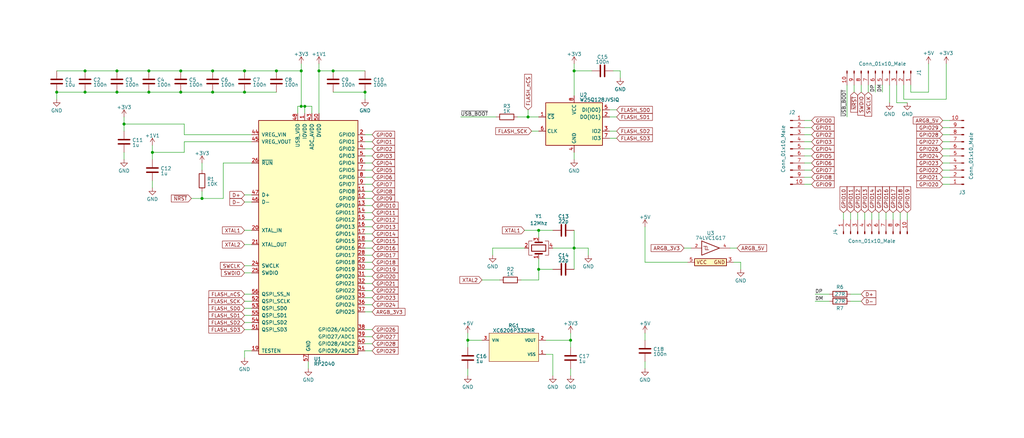
<source format=kicad_sch>
(kicad_sch (version 20220404) (generator eeschema)
  (paper "User" 366.954 156.997)
  (title_block (title "RP2040 Bento") (date "2022-08-10") (rev "1") (comment 1 "Copyright © 2022 HorrorTroll") (comment 2 "MIT License"))
  (lib_symbols
    (symbol "Connector:Conn_01x10_Male" (pin_names (offset 1.016) hide)
      (property "Reference" "J" (at 0 12.7 0))
      (property "Value" "Conn_01x10_Male" (at 0 -15.24 0))
      (symbol "Conn_01x10_Male_1_1"
        (polyline (pts (xy 1.27 -12.7) (xy 0.8636 -12.7)) (stroke (width 0.1524)))
        (polyline (pts (xy 1.27 -10.16) (xy 0.8636 -10.16)) (stroke (width 0.1524)))
        (polyline (pts (xy 1.27 -7.62) (xy 0.8636 -7.62)) (stroke (width 0.1524)))
        (polyline (pts (xy 1.27 -5.08) (xy 0.8636 -5.08)) (stroke (width 0.1524)))
        (polyline (pts (xy 1.27 -2.54) (xy 0.8636 -2.54)) (stroke (width 0.1524)))
        (polyline (pts (xy 1.27 0) (xy 0.8636 0)) (stroke (width 0.1524)))
        (polyline (pts (xy 1.27 2.54) (xy 0.8636 2.54)) (stroke (width 0.1524)))
        (polyline (pts (xy 1.27 5.08) (xy 0.8636 5.08)) (stroke (width 0.1524)))
        (polyline (pts (xy 1.27 7.62) (xy 0.8636 7.62)) (stroke (width 0.1524)))
        (polyline (pts (xy 1.27 10.16) (xy 0.8636 10.16)) (stroke (width 0.1524)))
        (rectangle (start 0.8636 -12.573) (end 0 -12.827) (stroke (width 0.1524)) (fill (type outline)))
        (rectangle (start 0.8636 -10.033) (end 0 -10.287) (stroke (width 0.1524)) (fill (type outline)))
        (rectangle (start 0.8636 -7.493) (end 0 -7.747) (stroke (width 0.1524)) (fill (type outline)))
        (rectangle (start 0.8636 -4.953) (end 0 -5.207) (stroke (width 0.1524)) (fill (type outline)))
        (rectangle (start 0.8636 -2.413) (end 0 -2.667) (stroke (width 0.1524)) (fill (type outline)))
        (rectangle (start 0.8636 0.127) (end 0 -0.127) (stroke (width 0.1524)) (fill (type outline)))
        (rectangle (start 0.8636 2.667) (end 0 2.413) (stroke (width 0.1524)) (fill (type outline)))
        (rectangle (start 0.8636 5.207) (end 0 4.953) (stroke (width 0.1524)) (fill (type outline)))
        (rectangle (start 0.8636 7.747) (end 0 7.493) (stroke (width 0.1524)) (fill (type outline)))
        (rectangle (start 0.8636 10.287) (end 0 10.033) (stroke (width 0.1524)) (fill (type outline)))
        (pin passive line (at 5.08 10.16 180) (length 3.81) (name "Pin_1") (number "1"))
        (pin passive line (at 5.08 -12.7 180) (length 3.81) (name "Pin_10") (number "10"))
        (pin passive line (at 5.08 7.62 180) (length 3.81) (name "Pin_2") (number "2"))
        (pin passive line (at 5.08 5.08 180) (length 3.81) (name "Pin_3") (number "3"))
        (pin passive line (at 5.08 2.54 180) (length 3.81) (name "Pin_4") (number "4"))
        (pin passive line (at 5.08 0 180) (length 3.81) (name "Pin_5") (number "5"))
        (pin passive line (at 5.08 -2.54 180) (length 3.81) (name "Pin_6") (number "6"))
        (pin passive line (at 5.08 -5.08 180) (length 3.81) (name "Pin_7") (number "7"))
        (pin passive line (at 5.08 -7.62 180) (length 3.81) (name "Pin_8") (number "8"))
        (pin passive line (at 5.08 -10.16 180) (length 3.81) (name "Pin_9") (number "9"))
      )
    )
    (symbol "Device:C" (pin_numbers hide) (pin_names (offset 0.254))
      (property "Reference" "C" (at 0.635 2.54 0))
      (property "Value" "C" (at 0.635 -2.54 0))
      (symbol "C_0_1"
        (polyline (pts (xy -2.032 -0.762) (xy 2.032 -0.762)) (stroke (width 0.508)))
        (polyline (pts (xy -2.032 0.762) (xy 2.032 0.762)) (stroke (width 0.508)))
      )
      (symbol "C_1_1"
        (pin passive line (at 0 3.81 270) (length 2.794) (name "~") (number "1"))
        (pin passive line (at 0 -3.81 90) (length 2.794) (name "~") (number "2"))
      )
    )
    (symbol "Device:Crystal_GND24" (pin_names (offset 1.016) hide)
      (property "Reference" "Y" (at 3.175 5.08 0))
      (property "Value" "Crystal_GND24" (at 3.175 3.175 0))
      (symbol "Crystal_GND24_0_1"
        (rectangle (start -1.143 2.54) (end 1.143 -2.54) (stroke (width 0.3048)))
        (polyline (pts (xy -2.54 0) (xy -2.032 0)))
        (polyline (pts (xy -2.032 -1.27) (xy -2.032 1.27)) (stroke (width 0.508)))
        (polyline (pts (xy 0 -3.81) (xy 0 -3.556)))
        (polyline (pts (xy 0 3.556) (xy 0 3.81)))
        (polyline (pts (xy 2.032 -1.27) (xy 2.032 1.27)) (stroke (width 0.508)))
        (polyline (pts (xy 2.032 0) (xy 2.54 0)))
        (polyline (pts (xy -2.54 -2.286) (xy -2.54 -3.556) (xy 2.54 -3.556) (xy 2.54 -2.286)))
        (polyline (pts (xy -2.54 2.286) (xy -2.54 3.556) (xy 2.54 3.556) (xy 2.54 2.286)))
      )
      (symbol "Crystal_GND24_1_1"
        (pin passive line (at -3.81 0 0) (length 1.27) (name "1") (number "1"))
        (pin passive line (at 0 5.08 270) (length 1.27) (name "2") (number "2"))
        (pin passive line (at 3.81 0 180) (length 1.27) (name "3") (number "3"))
        (pin passive line (at 0 -5.08 90) (length 1.27) (name "4") (number "4"))
      )
    )
    (symbol "Device:R" (pin_numbers hide) (pin_names (offset 0))
      (property "Reference" "R" (at 2.032 0 90))
      (property "Value" "R" (at 0 0 90))
      (symbol "R_0_1"
        (rectangle (start -1.016 -2.54) (end 1.016 2.54) (stroke (width 0.254)))
      )
      (symbol "R_1_1"
        (pin passive line (at 0 3.81 270) (length 1.27) (name "~") (number "1"))
        (pin passive line (at 0 -3.81 90) (length 1.27) (name "~") (number "2"))
      )
    )
    (symbol "Memory_Flash:W25Q128JVS"
      (property "Reference" "U" (at -8.89 8.89 0))
      (property "Value" "W25Q128JVS" (at 7.62 8.89 0))
      (symbol "W25Q128JVS_0_1"
        (rectangle (start -10.16 7.62) (end 10.16 -7.62) (stroke (width 0.254)) (fill (type background)))
      )
      (symbol "W25Q128JVS_1_1"
        (pin input line (at -12.7 2.54 0) (length 2.54) (name "~{CS}") (number "1"))
        (pin bidirectional line (at 12.7 2.54 180) (length 2.54) (name "DO(IO1)") (number "2"))
        (pin bidirectional line (at 12.7 -2.54 180) (length 2.54) (name "IO2") (number "3"))
        (pin power_in line (at 0 -10.16 90) (length 2.54) (name "GND") (number "4"))
        (pin bidirectional line (at 12.7 5.08 180) (length 2.54) (name "DI(IO0)") (number "5"))
        (pin input line (at -12.7 -2.54 0) (length 2.54) (name "CLK") (number "6"))
        (pin bidirectional line (at 12.7 -5.08 180) (length 2.54) (name "IO3") (number "7"))
        (pin power_in line (at 0 10.16 270) (length 2.54) (name "VCC") (number "8"))
      )
    )
    (symbol "eec:XC6206P332MR" (pin_names (offset 1.016))
      (property "Reference" "RG" (at 0 5.08 0))
      (property "Value" "XC6206P332MR" (at 0 7.62 0))
      (symbol "XC6206P332MR_1_1"
        (rectangle (start 5.08 2.54) (end 22.86 -7.62) (fill (type background)))
        (pin unspecified line (at 25.4 -5.08 180) (length 2.54) (name "VSS") (number "1"))
        (pin unspecified line (at 25.4 0 180) (length 2.54) (name "VOUT") (number "2"))
        (pin unspecified line (at 2.54 0 0) (length 2.54) (name "VIN") (number "3"))
      )
    )
    (symbol "josh-ic:RP2040" (pin_names (offset 1.016))
      (property "Reference" "U" (at 8.89 51.435 0))
      (property "Value" "RP2040" (at 8.89 48.895 0))
      (symbol "RP2040_0_0"
        (rectangle (start -17.78 48.26) (end 17.78 -35.56) (stroke (width 0.254)) (fill (type background)))
      )
      (symbol "RP2040_1_1"
        (pin power_in line (at -1.27 50.8 270) (length 2.54) (name "IOVDD") (number "1"))
        (pin power_in line (at -1.27 50.8 270) (length 2.54) hide (name "IOVDD") (number "10"))
        (pin bidirectional line (at 20.32 22.86 180) (length 2.54) (name "GPIO8") (number "11"))
        (pin bidirectional line (at 20.32 20.32 180) (length 2.54) (name "GPIO9") (number "12"))
        (pin bidirectional line (at 20.32 17.78 180) (length 2.54) (name "GPIO10") (number "13"))
        (pin bidirectional line (at 20.32 15.24 180) (length 2.54) (name "GPIO11") (number "14"))
        (pin bidirectional line (at 20.32 12.7 180) (length 2.54) (name "GPIO12") (number "15"))
        (pin bidirectional line (at 20.32 10.16 180) (length 2.54) (name "GPIO13") (number "16"))
        (pin bidirectional line (at 20.32 7.62 180) (length 2.54) (name "GPIO14") (number "17"))
        (pin bidirectional line (at 20.32 5.08 180) (length 2.54) (name "GPIO15") (number "18"))
        (pin input line (at -20.32 -34.29 0) (length 2.54) (name "TESTEN") (number "19"))
        (pin bidirectional line (at 20.32 43.18 180) (length 2.54) (name "GPIO0") (number "2"))
        (pin input line (at -20.32 8.89 0) (length 2.54) (name "XTAL_IN") (number "20"))
        (pin input line (at -20.32 3.81 0) (length 2.54) (name "XTAL_OUT") (number "21"))
        (pin power_in line (at -1.27 50.8 270) (length 2.54) hide (name "IOVDD") (number "22"))
        (pin power_in line (at 3.81 50.8 270) (length 2.54) hide (name "DVDD") (number "23"))
        (pin input line (at -20.32 -3.81 0) (length 2.54) (name "SWCLK") (number "24"))
        (pin bidirectional line (at -20.32 -6.35 0) (length 2.54) (name "SWDIO") (number "25"))
        (pin input line (at -20.32 33.02 0) (length 2.54) (name "~{RUN}") (number "26"))
        (pin bidirectional line (at 20.32 2.54 180) (length 2.54) (name "GPIO16") (number "27"))
        (pin bidirectional line (at 20.32 0 180) (length 2.54) (name "GPIO17") (number "28"))
        (pin bidirectional line (at 20.32 -2.54 180) (length 2.54) (name "GPIO18") (number "29"))
        (pin bidirectional line (at 20.32 40.64 180) (length 2.54) (name "GPIO1") (number "3"))
        (pin bidirectional line (at 20.32 -5.08 180) (length 2.54) (name "GPIO19") (number "30"))
        (pin bidirectional line (at 20.32 -7.62 180) (length 2.54) (name "GPIO20") (number "31"))
        (pin bidirectional line (at 20.32 -10.16 180) (length 2.54) (name "GPIO21") (number "32"))
        (pin power_in line (at -1.27 50.8 270) (length 2.54) hide (name "IOVDD") (number "33"))
        (pin bidirectional line (at 20.32 -12.7 180) (length 2.54) (name "GPIO22") (number "34"))
        (pin bidirectional line (at 20.32 -15.24 180) (length 2.54) (name "GPIO23") (number "35"))
        (pin bidirectional line (at 20.32 -17.78 180) (length 2.54) (name "GPIO24") (number "36"))
        (pin bidirectional line (at 20.32 -20.32 180) (length 2.54) (name "GPIO25") (number "37"))
        (pin bidirectional line (at 20.32 -26.67 180) (length 2.54) (name "GPIO26/ADC0") (number "38"))
        (pin bidirectional line (at 20.32 -29.21 180) (length 2.54) (name "GPIO27/ADC1") (number "39"))
        (pin bidirectional line (at 20.32 38.1 180) (length 2.54) (name "GPIO2") (number "4"))
        (pin bidirectional line (at 20.32 -31.75 180) (length 2.54) (name "GPIO28/ADC2") (number "40"))
        (pin bidirectional line (at 20.32 -34.29 180) (length 2.54) (name "GPIO29/ADC3") (number "41"))
        (pin power_in line (at -1.27 50.8 270) (length 2.54) hide (name "IOVDD") (number "42"))
        (pin power_in line (at 1.27 50.8 270) (length 2.54) (name "ADC_AVDD") (number "43"))
        (pin power_in line (at -20.32 43.18 0) (length 2.54) (name "VREG_VIN") (number "44"))
        (pin power_out line (at -20.32 40.64 0) (length 2.54) (name "VREG_VOUT") (number "45"))
        (pin bidirectional line (at -20.32 19.05 0) (length 2.54) (name "D-") (number "46"))
        (pin bidirectional line (at -20.32 21.59 0) (length 2.54) (name "D+") (number "47"))
        (pin power_in line (at -3.81 50.8 270) (length 2.54) (name "USB_VDD") (number "48"))
        (pin power_in line (at -1.27 50.8 270) (length 2.54) hide (name "IOVDD") (number "49"))
        (pin bidirectional line (at 20.32 35.56 180) (length 2.54) (name "GPIO3") (number "5"))
        (pin power_in line (at 3.81 50.8 270) (length 2.54) (name "DVDD") (number "50"))
        (pin bidirectional line (at -20.32 -26.67 0) (length 2.54) (name "QSPI_SD3") (number "51"))
        (pin bidirectional line (at -20.32 -16.51 0) (length 2.54) (name "QSPI_SCLK") (number "52"))
        (pin bidirectional line (at -20.32 -19.05 0) (length 2.54) (name "QSPI_SD0") (number "53"))
        (pin bidirectional line (at -20.32 -24.13 0) (length 2.54) (name "QSPI_SD2") (number "54"))
        (pin bidirectional line (at -20.32 -21.59 0) (length 2.54) (name "QSPI_SD1") (number "55"))
        (pin bidirectional line (at -20.32 -13.97 0) (length 2.54) (name "QSPI_SS_N") (number "56"))
        (pin power_in line (at 0 -38.1 90) (length 2.54) (name "GND") (number "57"))
        (pin bidirectional line (at 20.32 33.02 180) (length 2.54) (name "GPIO4") (number "6"))
        (pin bidirectional line (at 20.32 30.48 180) (length 2.54) (name "GPIO5") (number "7"))
        (pin bidirectional line (at 20.32 27.94 180) (length 2.54) (name "GPIO6") (number "8"))
        (pin bidirectional line (at 20.32 25.4 180) (length 2.54) (name "GPIO7") (number "9"))
      )
    )
    (symbol "kbd:74LVC1G17" (pin_names (offset 1.016))
      (property "Reference" "U5" (at -0.635 -8.255 0))
      (property "Value" "74LVC1G17" (at -0.635 -11.0301 0))
      (symbol "74LVC1G17_0_0"
        (text "GND" (at 2.54 -5.08 0) (effects (font (size 1.27 1.27))))
        (text "VCC" (at -3.81 -5.08 0) (effects (font (size 1.27 1.27))))
      )
      (symbol "74LVC1G17_0_1"
        (rectangle (start -6.35 -3.81) (end 5.08 -6.35) (stroke (width 0.254)) (fill (type background)))
        (polyline (pts (xy -2.54 0.635) (xy -1.905 0.635) (xy -1.905 -0.635)))
        (polyline (pts (xy -3.81 2.54) (xy -3.81 -2.54) (xy 2.54 0) (xy -3.81 2.54)) (stroke (width 0.254)))
        (polyline (pts (xy -3.175 0.635) (xy -2.54 0.635) (xy -2.54 -0.635) (xy -1.27 -0.635)))
      )
      (symbol "74LVC1G17_1_1"
        (pin input line (at -7.62 0 0) (length 3.81) (name "~") (number "2"))
        (pin output line (at 7.62 -5.08 180) (length 2.54) (name "") (number "3"))
        (pin power_in line (at 0 -2.54 270) (length 0) hide (name "GND") (number "3"))
        (pin output line (at 6.35 0 180) (length 3.81) (name "~") (number "4"))
        (pin input line (at -8.89 -5.08 0) (length 2.54) (name "") (number "5"))
        (pin power_in line (at 0 2.54 90) (length 0) hide (name "VCC") (number "5"))
      )
    )
    (symbol "power:+1V1" (power) (pin_names (offset 0))
      (property "Value" "+1V1" (at 0 3.556 0))
      (symbol "+1V1_0_1"
        (polyline (pts (xy -0.762 1.27) (xy 0 2.54)))
        (polyline (pts (xy 0 0) (xy 0 2.54)))
        (polyline (pts (xy 0 2.54) (xy 0.762 1.27)))
      )
      (symbol "+1V1_1_1"
        (pin power_in line (at 0 0 90) (length 0) hide (name "+1V1") (number "1"))
      )
    )
    (symbol "power:+3V3" (power) (pin_names (offset 0))
      (property "Value" "+3V3" (at 0 3.556 0))
      (symbol "+3V3_0_1"
        (polyline (pts (xy -0.762 1.27) (xy 0 2.54)))
        (polyline (pts (xy 0 0) (xy 0 2.54)))
        (polyline (pts (xy 0 2.54) (xy 0.762 1.27)))
      )
      (symbol "+3V3_1_1"
        (pin power_in line (at 0 0 90) (length 0) hide (name "+3V3") (number "1"))
      )
    )
    (symbol "power:+5V" (power) (pin_names (offset 0))
      (property "Value" "+5V" (at 0 3.556 0))
      (symbol "+5V_0_1"
        (polyline (pts (xy -0.762 1.27) (xy 0 2.54)))
        (polyline (pts (xy 0 0) (xy 0 2.54)))
        (polyline (pts (xy 0 2.54) (xy 0.762 1.27)))
      )
      (symbol "+5V_1_1"
        (pin power_in line (at 0 0 90) (length 0) hide (name "+5V") (number "1"))
      )
    )
    (symbol "power:GND" (power) (pin_names (offset 0))
      (property "Value" "GND" (at 0 -3.81 0))
      (symbol "GND_0_1"
        (polyline (pts (xy 0 0) (xy 0 -1.27) (xy 1.27 -1.27) (xy 0 -2.54) (xy -1.27 -1.27) (xy 0 -1.27)))
      )
      (symbol "GND_1_1"
        (pin power_in line (at 0 0 270) (length 0) hide (name "GND") (number "1"))
      )
    )
  )
  (junction (at 87.63 33.02))
  (junction (at 119.38 25.4))
  (junction (at 107.95 25.4))
  (junction (at 107.95 38.1))
  (junction (at 204.47 121.92))
  (junction (at 64.77 33.02))
  (junction (at 41.91 25.4))
  (junction (at 193.04 96.52))
  (junction (at 30.48 33.02))
  (junction (at 53.34 33.02))
  (junction (at 193.04 82.55))
  (junction (at 44.45 44.45))
  (junction (at 76.2 33.02))
  (junction (at 41.91 33.02))
  (junction (at 64.77 25.4))
  (junction (at 99.06 25.4))
  (junction (at 205.74 88.9))
  (junction (at 54.61 54.61))
  (junction (at 20.32 33.02))
  (junction (at 30.48 25.4))
  (junction (at 130.81 33.02))
  (junction (at 114.3 25.4))
  (junction (at 72.39 71.12))
  (junction (at 76.2 25.4))
  (junction (at 205.74 25.4))
  (junction (at 53.34 25.4))
  (junction (at 87.63 25.4))
  (junction (at 189.23 41.91))
  (junction (at 167.64 121.92))
  (junction (at 109.22 38.1))
  (wire (pts (xy 337.82 43.18) (xy 340.36 43.18)))
  (wire (pts (xy 64.77 33.02) (xy 76.2 33.02)))
  (wire (pts (xy 109.22 38.1) (xy 109.22 40.64)))
  (wire (pts (xy 130.81 71.12) (xy 133.35 71.12)))
  (wire (pts (xy 130.81 93.98) (xy 133.35 93.98)))
  (wire (pts (xy 44.45 44.45) (xy 44.45 46.99)))
  (wire (pts (xy 308.61 107.95) (xy 304.8 107.95)))
  (wire (pts (xy 107.95 25.4) (xy 107.95 38.1)))
  (wire (pts (xy 20.32 25.4) (xy 30.48 25.4)))
  (wire (pts (xy 90.17 125.73) (xy 87.63 125.73)))
  (wire (pts (xy 66.04 54.61) (xy 66.04 50.8)))
  (wire (pts (xy 313.69 33.02) (xy 313.69 30.48)))
  (wire (pts (xy 130.81 120.65) (xy 133.35 120.65)))
  (wire (pts (xy 302.26 78.74) (xy 302.26 76.2)))
  (wire (pts (xy 130.81 48.26) (xy 133.35 48.26)))
  (wire (pts (xy 130.81 104.14) (xy 133.35 104.14)))
  (wire (pts (xy 114.3 25.4) (xy 114.3 40.64)))
  (wire (pts (xy 72.39 71.12) (xy 72.39 68.58)))
  (wire (pts (xy 320.04 78.74) (xy 320.04 76.2)))
  (wire (pts (xy 195.58 121.92) (xy 204.47 121.92)))
  (wire (pts (xy 87.63 95.25) (xy 90.17 95.25)))
  (wire (pts (xy 189.23 39.37) (xy 189.23 41.91)))
  (wire (pts (xy 205.74 54.61) (xy 205.74 57.15)))
  (wire (pts (xy 119.38 25.4) (xy 130.81 25.4)))
  (wire (pts (xy 87.63 82.55) (xy 90.17 82.55)))
  (wire (pts (xy 193.04 82.55) (xy 193.04 85.09)))
  (wire (pts (xy 130.81 99.06) (xy 133.35 99.06)))
  (wire (pts (xy 87.63 33.02) (xy 99.06 33.02)))
  (wire (pts (xy 326.39 30.48) (xy 326.39 33.02)))
  (wire (pts (xy 20.32 33.02) (xy 30.48 33.02)))
  (wire (pts (xy 130.81 53.34) (xy 133.35 53.34)))
  (wire (pts (xy 292.1 107.95) (xy 297.18 107.95)))
  (wire (pts (xy 167.64 132.08) (xy 167.64 134.62)))
  (wire (pts (xy 205.74 25.4) (xy 212.09 25.4)))
  (wire (pts (xy 245.11 88.9) (xy 247.65 88.9)))
  (wire (pts (xy 130.81 78.74) (xy 133.35 78.74)))
  (wire (pts (xy 323.85 30.48) (xy 323.85 35.56)))
  (wire (pts (xy 222.25 25.4) (xy 222.25 27.94)))
  (wire (pts (xy 130.81 86.36) (xy 133.35 86.36)))
  (wire (pts (xy 107.95 38.1) (xy 106.68 38.1)))
  (wire (pts (xy 218.44 39.37) (xy 220.98 39.37)))
  (wire (pts (xy 130.81 33.02) (xy 130.81 35.56)))
  (wire (pts (xy 176.53 88.9) (xy 187.96 88.9)))
  (wire (pts (xy 246.38 93.98) (xy 231.14 93.98)))
  (wire (pts (xy 312.42 78.74) (xy 312.42 76.2)))
  (wire (pts (xy 326.39 33.02) (xy 332.74 33.02)))
  (wire (pts (xy 261.62 88.9) (xy 264.16 88.9)))
  (wire (pts (xy 204.47 121.92) (xy 204.47 124.46)))
  (wire (pts (xy 339.09 22.86) (xy 339.09 35.56)))
  (wire (pts (xy 290.83 50.8) (xy 288.29 50.8)))
  (wire (pts (xy 187.96 82.55) (xy 193.04 82.55)))
  (wire (pts (xy 106.68 38.1) (xy 106.68 40.64)))
  (wire (pts (xy 130.81 73.66) (xy 133.35 73.66)))
  (wire (pts (xy 165.1 41.91) (xy 177.8 41.91)))
  (wire (pts (xy 130.81 66.04) (xy 133.35 66.04)))
  (wire (pts (xy 130.81 58.42) (xy 133.35 58.42)))
  (wire (pts (xy 186.69 100.33) (xy 193.04 100.33)))
  (wire (pts (xy 172.72 100.33) (xy 179.07 100.33)))
  (wire (pts (xy 311.15 30.48) (xy 311.15 33.02)))
  (wire (pts (xy 337.82 48.26) (xy 340.36 48.26)))
  (wire (pts (xy 308.61 30.48) (xy 308.61 33.02)))
  (wire (pts (xy 337.82 53.34) (xy 340.36 53.34)))
  (wire (pts (xy 290.83 60.96) (xy 288.29 60.96)))
  (wire (pts (xy 130.81 68.58) (xy 133.35 68.58)))
  (wire (pts (xy 64.77 25.4) (xy 76.2 25.4)))
  (wire (pts (xy 41.91 33.02) (xy 53.34 33.02)))
  (wire (pts (xy 307.34 78.74) (xy 307.34 76.2)))
  (wire (pts (xy 30.48 25.4) (xy 41.91 25.4)))
  (wire (pts (xy 306.07 30.48) (xy 306.07 33.02)))
  (wire (pts (xy 111.76 38.1) (xy 109.22 38.1)))
  (wire (pts (xy 130.81 123.19) (xy 133.35 123.19)))
  (wire (pts (xy 41.91 25.4) (xy 53.34 25.4)))
  (wire (pts (xy 195.58 127) (xy 198.12 127)))
  (wire (pts (xy 87.63 72.39) (xy 90.17 72.39)))
  (wire (pts (xy 309.88 78.74) (xy 309.88 76.2)))
  (wire (pts (xy 340.36 58.42) (xy 337.82 58.42)))
  (wire (pts (xy 72.39 58.42) (xy 72.39 60.96)))
  (wire (pts (xy 265.43 93.98) (xy 265.43 96.52)))
  (wire (pts (xy 99.06 25.4) (xy 107.95 25.4)))
  (wire (pts (xy 323.85 35.56) (xy 339.09 35.56)))
  (wire (pts (xy 340.36 66.04) (xy 337.82 66.04)))
  (wire (pts (xy 130.81 55.88) (xy 133.35 55.88)))
  (wire (pts (xy 130.81 60.96) (xy 133.35 60.96)))
  (wire (pts (xy 304.8 78.74) (xy 304.8 76.2)))
  (wire (pts (xy 130.81 101.6) (xy 133.35 101.6)))
  (wire (pts (xy 205.74 22.86) (xy 205.74 25.4)))
  (wire (pts (xy 308.61 105.41) (xy 304.8 105.41)))
  (wire (pts (xy 20.32 33.02) (xy 20.32 35.56)))
  (wire (pts (xy 114.3 22.86) (xy 114.3 25.4)))
  (wire (pts (xy 189.23 41.91) (xy 193.04 41.91)))
  (wire (pts (xy 198.12 127) (xy 198.12 134.62)))
  (wire (pts (xy 130.81 125.73) (xy 133.35 125.73)))
  (wire (pts (xy 87.63 110.49) (xy 90.17 110.49)))
  (wire (pts (xy 219.71 25.4) (xy 222.25 25.4)))
  (wire (pts (xy 53.34 33.02) (xy 64.77 33.02)))
  (wire (pts (xy 130.81 50.8) (xy 133.35 50.8)))
  (wire (pts (xy 66.04 44.45) (xy 66.04 48.26)))
  (wire (pts (xy 53.34 25.4) (xy 64.77 25.4)))
  (wire (pts (xy 262.89 93.98) (xy 265.43 93.98)))
  (wire (pts (xy 130.81 118.11) (xy 133.35 118.11)))
  (wire (pts (xy 218.44 46.99) (xy 220.98 46.99)))
  (wire (pts (xy 72.39 71.12) (xy 80.01 71.12)))
  (wire (pts (xy 54.61 54.61) (xy 54.61 52.07)))
  (wire (pts (xy 193.04 96.52) (xy 198.12 96.52)))
  (wire (pts (xy 80.01 71.12) (xy 80.01 58.42)))
  (wire (pts (xy 130.81 63.5) (xy 133.35 63.5)))
  (wire (pts (xy 87.63 25.4) (xy 99.06 25.4)))
  (wire (pts (xy 205.74 82.55) (xy 205.74 88.9)))
  (wire (pts (xy 130.81 83.82) (xy 133.35 83.82)))
  (wire (pts (xy 130.81 109.22) (xy 133.35 109.22)))
  (wire (pts (xy 76.2 25.4) (xy 87.63 25.4)))
  (wire (pts (xy 30.48 33.02) (xy 41.91 33.02)))
  (wire (pts (xy 130.81 76.2) (xy 133.35 76.2)))
  (wire (pts (xy 210.82 88.9) (xy 210.82 91.44)))
  (wire (pts (xy 68.58 71.12) (xy 72.39 71.12)))
  (wire (pts (xy 54.61 64.77) (xy 54.61 67.31)))
  (wire (pts (xy 44.45 54.61) (xy 44.45 57.15)))
  (wire (pts (xy 66.04 50.8) (xy 90.17 50.8)))
  (wire (pts (xy 185.42 41.91) (xy 189.23 41.91)))
  (wire (pts (xy 130.81 81.28) (xy 133.35 81.28)))
  (wire (pts (xy 130.81 96.52) (xy 133.35 96.52)))
  (wire (pts (xy 110.49 129.54) (xy 110.49 132.08)))
  (wire (pts (xy 44.45 44.45) (xy 66.04 44.45)))
  (wire (pts (xy 290.83 43.18) (xy 288.29 43.18)))
  (wire (pts (xy 87.63 115.57) (xy 90.17 115.57)))
  (wire (pts (xy 340.36 63.5) (xy 337.82 63.5)))
  (wire (pts (xy 290.83 55.88) (xy 288.29 55.88)))
  (wire (pts (xy 66.04 48.26) (xy 90.17 48.26)))
  (wire (pts (xy 290.83 63.5) (xy 288.29 63.5)))
  (wire (pts (xy 87.63 113.03) (xy 90.17 113.03)))
  (wire (pts (xy 54.61 54.61) (xy 54.61 57.15)))
  (wire (pts (xy 87.63 69.85) (xy 90.17 69.85)))
  (wire (pts (xy 87.63 107.95) (xy 90.17 107.95)))
  (wire (pts (xy 193.04 92.71) (xy 193.04 96.52)))
  (wire (pts (xy 231.14 129.54) (xy 231.14 132.08)))
  (wire (pts (xy 218.44 49.53) (xy 220.98 49.53)))
  (wire (pts (xy 337.82 45.72) (xy 340.36 45.72)))
  (wire (pts (xy 290.83 53.34) (xy 288.29 53.34)))
  (wire (pts (xy 317.5 78.74) (xy 317.5 76.2)))
  (wire (pts (xy 314.96 78.74) (xy 314.96 76.2)))
  (wire (pts (xy 290.83 48.26) (xy 288.29 48.26)))
  (wire (pts (xy 114.3 25.4) (xy 119.38 25.4)))
  (wire (pts (xy 337.82 50.8) (xy 340.36 50.8)))
  (wire (pts (xy 87.63 87.63) (xy 90.17 87.63)))
  (wire (pts (xy 218.44 41.91) (xy 220.98 41.91)))
  (wire (pts (xy 204.47 132.08) (xy 204.47 134.62)))
  (wire (pts (xy 44.45 41.91) (xy 44.45 44.45)))
  (wire (pts (xy 87.63 105.41) (xy 90.17 105.41)))
  (wire (pts (xy 231.14 81.28) (xy 231.14 93.98)))
  (wire (pts (xy 325.12 78.74) (xy 325.12 76.2)))
  (wire (pts (xy 292.1 105.41) (xy 297.18 105.41)))
  (wire (pts (xy 130.81 106.68) (xy 133.35 106.68)))
  (wire (pts (xy 332.74 22.86) (xy 332.74 33.02)))
  (wire (pts (xy 107.95 22.86) (xy 107.95 25.4)))
  (wire (pts (xy 109.22 38.1) (xy 107.95 38.1)))
  (wire (pts (xy 76.2 33.02) (xy 87.63 33.02)))
  (wire (pts (xy 111.76 40.64) (xy 111.76 38.1)))
  (wire (pts (xy 193.04 82.55) (xy 198.12 82.55)))
  (wire (pts (xy 290.83 45.72) (xy 288.29 45.72)))
  (wire (pts (xy 198.12 88.9) (xy 205.74 88.9)))
  (wire (pts (xy 167.64 121.92) (xy 167.64 124.46)))
  (wire (pts (xy 290.83 58.42) (xy 288.29 58.42)))
  (wire (pts (xy 167.64 119.38) (xy 167.64 121.92)))
  (wire (pts (xy 325.12 36.83) (xy 321.31 36.83)))
  (wire (pts (xy 87.63 125.73) (xy 87.63 128.27)))
  (wire (pts (xy 87.63 118.11) (xy 90.17 118.11)))
  (wire (pts (xy 205.74 25.4) (xy 205.74 34.29)))
  (wire (pts (xy 54.61 54.61) (xy 66.04 54.61)))
  (wire (pts (xy 321.31 36.83) (xy 321.31 30.48)))
  (wire (pts (xy 205.74 88.9) (xy 205.74 96.52)))
  (wire (pts (xy 322.58 78.74) (xy 322.58 76.2)))
  (wire (pts (xy 316.23 33.02) (xy 316.23 30.48)))
  (wire (pts (xy 205.74 88.9) (xy 210.82 88.9)))
  (wire (pts (xy 80.01 58.42) (xy 90.17 58.42)))
  (wire (pts (xy 231.14 119.38) (xy 231.14 121.92)))
  (wire (pts (xy 130.81 88.9) (xy 133.35 88.9)))
  (wire (pts (xy 167.64 121.92) (xy 172.72 121.92)))
  (wire (pts (xy 193.04 100.33) (xy 193.04 96.52)))
  (wire (pts (xy 87.63 97.79) (xy 90.17 97.79)))
  (wire (pts (xy 130.81 91.44) (xy 133.35 91.44)))
  (wire (pts (xy 190.5 46.99) (xy 193.04 46.99)))
  (wire (pts (xy 303.53 30.48) (xy 303.53 41.91)))
  (wire (pts (xy 290.83 66.04) (xy 288.29 66.04)))
  (wire (pts (xy 204.47 119.38) (xy 204.47 121.92)))
  (wire (pts (xy 340.36 60.96) (xy 337.82 60.96)))
  (wire (pts (xy 318.77 30.48) (xy 318.77 36.83)))
  (wire (pts (xy 130.81 111.76) (xy 133.35 111.76)))
  (wire (pts (xy 119.38 33.02) (xy 130.81 33.02)))
  (wire (pts (xy 176.53 88.9) (xy 176.53 91.44)))
  (wire (pts (xy 340.36 55.88) (xy 337.82 55.88)))
  (label "~{USB_BOOT}" (at 303.53 41.91 90))
  (label "~{USB_BOOT}" (at 165.1 41.91 0))
  (label "DM" (at 292.1 107.95 0))
  (label "DM" (at 316.23 33.02 90))
  (label "DP" (at 313.69 33.02 90))
  (label "DP" (at 292.1 105.41 0))
  (global_label "FLASH_SD1" (shape input) (at 87.63 113.03 180) (property "Intersheetrefs" "${INTERSHEET_REFS}" (effects hide)))
  (global_label "GPIO28" (shape input) (at 133.35 123.19 0) (property "Intersheetrefs" "${INTERSHEET_REFS}" (effects hide)))
  (global_label "GPIO24" (shape input) (at 337.82 55.88 180) (property "Intersheetrefs" "${INTERSHEET_REFS}" (effects hide)))
  (global_label "SWCLK" (shape input) (at 311.15 33.02 270) (property "Intersheetrefs" "${INTERSHEET_REFS}" (effects hide)))
  (global_label "GPIO15" (shape input) (at 314.96 76.2 90) (property "Intersheetrefs" "${INTERSHEET_REFS}" (effects hide)))
  (global_label "GPIO3" (shape input) (at 290.83 50.8 0) (property "Intersheetrefs" "${INTERSHEET_REFS}" (effects hide)))
  (global_label "GPIO19" (shape input) (at 133.35 96.52 0) (property "Intersheetrefs" "${INTERSHEET_REFS}" (effects hide)))
  (global_label "XTAL2" (shape input) (at 87.63 87.63 180) (property "Intersheetrefs" "${INTERSHEET_REFS}" (effects hide)))
  (global_label "GPIO26" (shape input) (at 337.82 53.34 180) (property "Intersheetrefs" "${INTERSHEET_REFS}" (effects hide)))
  (global_label "GPIO17" (shape input) (at 320.04 76.2 90) (property "Intersheetrefs" "${INTERSHEET_REFS}" (effects hide)))
  (global_label "GPIO1" (shape input) (at 290.83 45.72 0) (property "Intersheetrefs" "${INTERSHEET_REFS}" (effects hide)))
  (global_label "GPIO16" (shape input) (at 133.35 88.9 0) (property "Intersheetrefs" "${INTERSHEET_REFS}" (effects hide)))
  (global_label "XTAL2" (shape input) (at 172.72 100.33 180) (property "Intersheetrefs" "${INTERSHEET_REFS}" (effects hide)))
  (global_label "GPIO0" (shape input) (at 290.83 43.18 0) (property "Intersheetrefs" "${INTERSHEET_REFS}" (effects hide)))
  (global_label "GPIO21" (shape input) (at 337.82 63.5 180) (property "Intersheetrefs" "${INTERSHEET_REFS}" (effects hide)))
  (global_label "GPIO13" (shape input) (at 133.35 81.28 0) (property "Intersheetrefs" "${INTERSHEET_REFS}" (effects hide)))
  (global_label "FLASH_SD0" (shape input) (at 87.63 110.49 180) (property "Intersheetrefs" "${INTERSHEET_REFS}" (effects hide)))
  (global_label "GPIO22" (shape input) (at 133.35 104.14 0) (property "Intersheetrefs" "${INTERSHEET_REFS}" (effects hide)))
  (global_label "D+" (shape input) (at 87.63 69.85 180) (property "Intersheetrefs" "${INTERSHEET_REFS}" (effects hide)))
  (global_label "ARGB_5V" (shape input) (at 264.16 88.9 0) (property "Intersheet References" "${INTERSHEET_REFS}" (effects hide)))
  (global_label "GPIO6" (shape input) (at 133.35 63.5 0) (property "Intersheetrefs" "${INTERSHEET_REFS}" (effects hide)))
  (global_label "GPIO8" (shape input) (at 133.35 68.58 0) (property "Intersheetrefs" "${INTERSHEET_REFS}" (effects hide)))
  (global_label "FLASH_SD2" (shape input) (at 220.98 46.99 0) (property "Intersheetrefs" "${INTERSHEET_REFS}" (effects hide)))
  (global_label "GPIO3" (shape input) (at 133.35 55.88 0) (property "Intersheetrefs" "${INTERSHEET_REFS}" (effects hide)))
  (global_label "GPIO7" (shape input) (at 290.83 60.96 0) (property "Intersheetrefs" "${INTERSHEET_REFS}" (effects hide)))
  (global_label "GPIO5" (shape input) (at 290.83 55.88 0) (property "Intersheetrefs" "${INTERSHEET_REFS}" (effects hide)))
  (global_label "GPIO10" (shape input) (at 133.35 73.66 0) (property "Intersheetrefs" "${INTERSHEET_REFS}" (effects hide)))
  (global_label "GPIO22" (shape input) (at 337.82 60.96 180) (property "Intersheetrefs" "${INTERSHEET_REFS}" (effects hide)))
  (global_label "SWDIO" (shape input) (at 308.61 33.02 270) (property "Intersheetrefs" "${INTERSHEET_REFS}" (effects hide)))
  (global_label "GPIO1" (shape input) (at 133.35 50.8 0) (property "Intersheetrefs" "${INTERSHEET_REFS}" (effects hide)))
  (global_label "D+" (shape input) (at 308.61 105.41 0) (property "Intersheet References" "${INTERSHEET_REFS}" (effects hide)))
  (global_label "GPIO9" (shape input) (at 290.83 66.04 0) (property "Intersheetrefs" "${INTERSHEET_REFS}" (effects hide)))
  (global_label "GPIO14" (shape input) (at 133.35 83.82 0) (property "Intersheetrefs" "${INTERSHEET_REFS}" (effects hide)))
  (global_label "GPIO7" (shape input) (at 133.35 66.04 0) (property "Intersheetrefs" "${INTERSHEET_REFS}" (effects hide)))
  (global_label "GPIO8" (shape input) (at 290.83 63.5 0) (property "Intersheetrefs" "${INTERSHEET_REFS}" (effects hide)))
  (global_label "ARGB_3V3" (shape input) (at 245.11 88.9 180) (property "Intersheet References" "${INTERSHEET_REFS}" (effects hide)))
  (global_label "GPIO9" (shape input) (at 133.35 71.12 0) (property "Intersheetrefs" "${INTERSHEET_REFS}" (effects hide)))
  (global_label "FLASH_nCS" (shape input) (at 87.63 105.41 180) (property "Intersheetrefs" "${INTERSHEET_REFS}" (effects hide)))
  (global_label "GPIO29" (shape input) (at 337.82 45.72 180) (property "Intersheetrefs" "${INTERSHEET_REFS}" (effects hide)))
  (global_label "GPIO20" (shape input) (at 133.35 99.06 0) (property "Intersheetrefs" "${INTERSHEET_REFS}" (effects hide)))
  (global_label "GPIO4" (shape input) (at 290.83 53.34 0) (property "Intersheetrefs" "${INTERSHEET_REFS}" (effects hide)))
  (global_label "GPIO5" (shape input) (at 133.35 60.96 0) (property "Intersheetrefs" "${INTERSHEET_REFS}" (effects hide)))
  (global_label "D-" (shape input) (at 308.61 107.95 0) (property "Intersheet References" "${INTERSHEET_REFS}" (effects hide)))
  (global_label "~{NRST}" (shape input) (at 68.58 71.12 180) (property "Intersheetrefs" "${INTERSHEET_REFS}" (effects hide)))
  (global_label "GPIO4" (shape input) (at 133.35 58.42 0) (property "Intersheetrefs" "${INTERSHEET_REFS}" (effects hide)))
  (global_label "SWCLK" (shape input) (at 87.63 95.25 180) (property "Intersheetrefs" "${INTERSHEET_REFS}" (effects hide)))
  (global_label "GPIO6" (shape input) (at 290.83 58.42 0) (property "Intersheetrefs" "${INTERSHEET_REFS}" (effects hide)))
  (global_label "GPIO15" (shape input) (at 133.35 86.36 0) (property "Intersheetrefs" "${INTERSHEET_REFS}" (effects hide)))
  (global_label "GPIO0" (shape input) (at 133.35 48.26 0) (property "Intersheetrefs" "${INTERSHEET_REFS}" (effects hide)))
  (global_label "FLASH_SCK" (shape input) (at 87.63 107.95 180) (property "Intersheetrefs" "${INTERSHEET_REFS}" (effects hide)))
  (global_label "ARGB_3V3" (shape input) (at 133.35 111.76 0) (property "Intersheet References" "${INTERSHEET_REFS}" (effects hide)))
  (global_label "FLASH_SD0" (shape input) (at 220.98 39.37 0) (property "Intersheetrefs" "${INTERSHEET_REFS}" (effects hide)))
  (global_label "GPIO13" (shape input) (at 309.88 76.2 90) (property "Intersheetrefs" "${INTERSHEET_REFS}" (effects hide)))
  (global_label "GPIO2" (shape input) (at 290.83 48.26 0) (property "Intersheetrefs" "${INTERSHEET_REFS}" (effects hide)))
  (global_label "GPIO11" (shape input) (at 133.35 76.2 0) (property "Intersheetrefs" "${INTERSHEET_REFS}" (effects hide)))
  (global_label "FLASH_SD3" (shape input) (at 220.98 49.53 0) (property "Intersheetrefs" "${INTERSHEET_REFS}" (effects hide)))
  (global_label "GPIO12" (shape input) (at 133.35 78.74 0) (property "Intersheetrefs" "${INTERSHEET_REFS}" (effects hide)))
  (global_label "GPIO29" (shape input) (at 133.35 125.73 0) (property "Intersheetrefs" "${INTERSHEET_REFS}" (effects hide)))
  (global_label "~{NRST}" (shape input) (at 306.07 33.02 270) (property "Intersheetrefs" "${INTERSHEET_REFS}" (effects hide)))
  (global_label "D-" (shape input) (at 87.63 72.39 180) (property "Intersheetrefs" "${INTERSHEET_REFS}" (effects hide)))
  (global_label "FLASH_nCS" (shape input) (at 189.23 39.37 90) (property "Intersheetrefs" "${INTERSHEET_REFS}" (effects hide)))
  (global_label "GPIO2" (shape input) (at 133.35 53.34 0) (property "Intersheetrefs" "${INTERSHEET_REFS}" (effects hide)))
  (global_label "FLASH_SD2" (shape input) (at 87.63 115.57 180) (property "Intersheetrefs" "${INTERSHEET_REFS}" (effects hide)))
  (global_label "GPIO11" (shape input) (at 304.8 76.2 90) (property "Intersheetrefs" "${INTERSHEET_REFS}" (effects hide)))
  (global_label "GPIO10" (shape input) (at 302.26 76.2 90) (property "Intersheetrefs" "${INTERSHEET_REFS}" (effects hide)))
  (global_label "GPIO23" (shape input) (at 337.82 58.42 180) (property "Intersheetrefs" "${INTERSHEET_REFS}" (effects hide)))
  (global_label "XTAL1" (shape input) (at 87.63 82.55 180) (property "Intersheetrefs" "${INTERSHEET_REFS}" (effects hide)))
  (global_label "FLASH_SD1" (shape input) (at 220.98 41.91 0) (property "Intersheetrefs" "${INTERSHEET_REFS}" (effects hide)))
  (global_label "GPIO27" (shape input) (at 133.35 120.65 0) (property "Intersheetrefs" "${INTERSHEET_REFS}" (effects hide)))
  (global_label "ARGB_5V" (shape input) (at 337.82 43.18 180) (property "Intersheet References" "${INTERSHEET_REFS}" (effects hide)))
  (global_label "GPIO14" (shape input) (at 312.42 76.2 90) (property "Intersheetrefs" "${INTERSHEET_REFS}" (effects hide)))
  (global_label "GPIO16" (shape input) (at 317.5 76.2 90) (property "Intersheetrefs" "${INTERSHEET_REFS}" (effects hide)))
  (global_label "GPIO23" (shape input) (at 133.35 106.68 0) (property "Intersheetrefs" "${INTERSHEET_REFS}" (effects hide)))
  (global_label "GPIO26" (shape input) (at 133.35 118.11 0) (property "Intersheetrefs" "${INTERSHEET_REFS}" (effects hide)))
  (global_label "GPIO18" (shape input) (at 322.58 76.2 90) (property "Intersheetrefs" "${INTERSHEET_REFS}" (effects hide)))
  (global_label "GPIO20" (shape input) (at 337.82 66.04 180) (property "Intersheetrefs" "${INTERSHEET_REFS}" (effects hide)))
  (global_label "FLASH_SCK" (shape input) (at 190.5 46.99 180) (property "Intersheetrefs" "${INTERSHEET_REFS}" (effects hide)))
  (global_label "XTAL1" (shape input) (at 187.96 82.55 180) (property "Intersheetrefs" "${INTERSHEET_REFS}" (effects hide)))
  (global_label "FLASH_SD3" (shape input) (at 87.63 118.11 180) (property "Intersheetrefs" "${INTERSHEET_REFS}" (effects hide)))
  (global_label "GPIO27" (shape input) (at 337.82 50.8 180) (property "Intersheetrefs" "${INTERSHEET_REFS}" (effects hide)))
  (global_label "GPIO28" (shape input) (at 337.82 48.26 180) (property "Intersheetrefs" "${INTERSHEET_REFS}" (effects hide)))
  (global_label "GPIO12" (shape input) (at 307.34 76.2 90) (property "Intersheetrefs" "${INTERSHEET_REFS}" (effects hide)))
  (global_label "GPIO19" (shape input) (at 325.12 76.2 90) (property "Intersheetrefs" "${INTERSHEET_REFS}" (effects hide)))
  (global_label "GPIO17" (shape input) (at 133.35 91.44 0) (property "Intersheetrefs" "${INTERSHEET_REFS}" (effects hide)))
  (global_label "SWDIO" (shape input) (at 87.63 97.79 180) (property "Intersheetrefs" "${INTERSHEET_REFS}" (effects hide)))
  (global_label "GPIO18" (shape input) (at 133.35 93.98 0) (property "Intersheetrefs" "${INTERSHEET_REFS}" (effects hide)))
  (global_label "GPIO24" (shape input) (at 133.35 109.22 0) (property "Intersheetrefs" "${INTERSHEET_REFS}" (effects hide)))
  (global_label "GPIO21" (shape input) (at 133.35 101.6 0) (property "Intersheetrefs" "${INTERSHEET_REFS}" (effects hide)))
  (symbol (lib_id "power:+3V3") (at 339.09 22.86 0) (unit 1)
    (default_instance (reference "#PWR") (unit 1) (value "+3V3") (footprint ""))
    (property "Reference" "#PWR019" (effects hide))
    (property "Value" "+3V3" (at 341.63 19.05 0) (effects (justify right)))
  )
  (symbol (lib_id "josh-ic:RP2040") (at 110.49 91.44 0) (unit 1)
    (default_instance (reference "U") (unit 1) (value "RP2040") (footprint ""))
    (property "Reference" "U1" (at 112.4459 128.6431 0) (effects (justify left)))
    (property "Value" "RP2040" (at 112.4459 130.4053 0) (effects (justify left)))
    (property "Footprint" "josh-dfn-qfn:RP2040-QFN-56" (effects hide))
    (property "LCSC Part Number" "C2040" (effects hide))
  )
  (symbol (lib_id "Device:C") (at 20.32 29.21 0) (unit 1)
    (default_instance (reference "C") (unit 1) (value "C") (footprint ""))
    (property "Reference" "C1" (at 23.241 28.6155 0) (effects (justify left)))
    (property "Value" "10u" (at 23.241 30.3777 0) (effects (justify left)))
    (property "Footprint" "Capacitor_SMD:C_0402_1005Metric" (effects hide))
    (property "LCSC Part Number" "C15525" (effects hide))
  )
  (symbol (lib_id "Connector:Conn_01x10_Male") (at 283.21 53.34 0) (unit 1)
    (default_instance (reference "J") (unit 1) (value "Conn_01x10_Male") (footprint ""))
    (property "Reference" "J2" (at 283.845 40.2717 0))
    (property "Value" "Conn_01x10_Male" (at 280.67 53.34 90))
    (property "Footprint" "kbd:Pinouts_Castellated_Oval_01x10" (effects hide))
  )
  (symbol (lib_id "power:+3V3") (at 107.95 22.86 0) (unit 1)
    (default_instance (reference "#PWR") (unit 1) (value "+3V3") (footprint ""))
    (property "Reference" "#PWR01" (effects hide))
    (property "Value" "+3V3" (at 107.95 19.3771 0))
  )
  (symbol (lib_id "power:+3V3") (at 72.39 58.42 0) (unit 1)
    (default_instance (reference "#PWR") (unit 1) (value "+3V3") (footprint ""))
    (property "Reference" "#PWR08" (effects hide))
    (property "Value" "+3V3" (at 72.39 54.9371 0))
  )
  (symbol (lib_id "Device:C") (at 44.45 50.8 0) (unit 1)
    (default_instance (reference "C") (unit 1) (value "C") (footprint ""))
    (property "Reference" "C11" (at 47.371 50.2055 0) (effects (justify left)))
    (property "Value" "1u" (at 47.371 51.9677 0) (effects (justify left)))
    (property "Footprint" "Capacitor_SMD:C_0402_1005Metric" (effects hide))
    (property "LCSC Part Number" "C52923" (effects hide))
  )
  (symbol (lib_id "power:GND") (at 222.25 27.94 0) (unit 1)
    (default_instance (reference "#PWR") (unit 1) (value "GND") (footprint ""))
    (property "Reference" "#PWR015" (effects hide))
    (property "Value" "GND" (at 222.25 31.9961 0))
  )
  (symbol (lib_id "power:+1V1") (at 54.61 52.07 0) (unit 1)
    (default_instance (reference "#PWR") (unit 1) (value "+1V1") (footprint ""))
    (property "Reference" "#PWR06" (effects hide))
    (property "Value" "+1V1" (at 54.61 48.5871 0))
  )
  (symbol (lib_id "power:GND") (at 204.47 134.62 0) (unit 1)
    (default_instance (reference "#PWR") (unit 1) (value "GND") (footprint ""))
    (property "Reference" "#PWR024" (effects hide))
    (property "Value" "GND" (at 204.47 138.6761 0))
  )
  (symbol (lib_id "Device:C") (at 41.91 29.21 0) (unit 1)
    (default_instance (reference "C") (unit 1) (value "C") (footprint ""))
    (property "Reference" "C3" (at 44.831 28.6155 0) (effects (justify left)))
    (property "Value" "100n" (at 44.831 30.3777 0) (effects (justify left)))
    (property "Footprint" "Capacitor_SMD:C_0402_1005Metric" (effects hide))
    (property "LCSC Part Number" "C1525" (effects hide))
  )
  (symbol (lib_id "Device:C") (at 231.14 125.73 0) (unit 1)
    (default_instance (reference "C") (unit 1) (value "C") (footprint ""))
    (property "Reference" "C18" (at 234.061 125.1355 0) (effects (justify left)))
    (property "Value" "100n" (at 234.061 126.8977 0) (effects (justify left)))
    (property "Footprint" "Capacitor_SMD:C_0402_1005Metric" (effects hide))
    (property "LCSC Part Number" "C1525" (effects hide))
  )
  (symbol (lib_id "Device:R") (at 181.61 41.91 90) (unit 1)
    (default_instance (reference "R") (unit 1) (value "R") (footprint ""))
    (property "Reference" "R3" (at 181.61 38.0619 90))
    (property "Value" "1K" (at 181.61 39.8241 90))
    (property "Footprint" "Resistor_SMD:R_0402_1005Metric" (effects hide))
    (property "LCSC Part Number" "C11702" (effects hide))
  )
  (symbol (lib_id "Device:C") (at 130.81 29.21 0) (unit 1)
    (default_instance (reference "C") (unit 1) (value "C") (footprint ""))
    (property "Reference" "C10" (at 133.731 28.6155 0) (effects (justify left)))
    (property "Value" "100n" (at 133.731 30.3777 0) (effects (justify left)))
    (property "Footprint" "Capacitor_SMD:C_0402_1005Metric" (effects hide))
    (property "LCSC Part Number" "C1525" (effects hide))
  )
  (symbol (lib_id "Device:C") (at 201.93 82.55 90) (unit 1)
    (default_instance (reference "C") (unit 1) (value "C") (footprint ""))
    (property "Reference" "C13" (at 201.93 77.5589 90))
    (property "Value" "22p" (at 201.93 79.3211 90))
    (property "Footprint" "Capacitor_SMD:C_0402_1005Metric" (effects hide))
    (property "LCSC Part Number" "C1555" (effects hide))
  )
  (symbol (lib_id "Device:C") (at 54.61 60.96 0) (unit 1)
    (default_instance (reference "C") (unit 1) (value "C") (footprint ""))
    (property "Reference" "C12" (at 57.531 60.3655 0) (effects (justify left)))
    (property "Value" "1u" (at 57.531 62.1277 0) (effects (justify left)))
    (property "Footprint" "Capacitor_SMD:C_0402_1005Metric" (effects hide))
    (property "LCSC Part Number" "C52923" (effects hide))
  )
  (symbol (lib_id "power:GND") (at 54.61 67.31 0) (unit 1)
    (default_instance (reference "#PWR") (unit 1) (value "GND") (footprint ""))
    (property "Reference" "#PWR09" (effects hide))
    (property "Value" "GND" (at 54.61 71.3661 0))
  )
  (symbol (lib_id "power:+3V3") (at 44.45 41.91 0) (unit 1)
    (default_instance (reference "#PWR") (unit 1) (value "+3V3") (footprint ""))
    (property "Reference" "#PWR05" (effects hide))
    (property "Value" "+3V3" (at 44.45 38.4271 0))
  )
  (symbol (lib_id "kbd:74LVC1G17") (at 255.27 88.9 0) (unit 1)
    (default_instance (reference "U") (unit 1) (value "74LVC1G17") (footprint "Package_TO_SOT_SMD:SOT-23-5"))
    (property "Reference" "U3" (at 254.635 83.5279 0))
    (property "Value" "74LVC1G17" (at 254.635 85.2901 0))
    (property "Footprint" "Package_TO_SOT_SMD:SOT-23-5" (effects hide))
    (property "Datasheet" "http://www.ti.com/lit/sg/scyt129e/scyt129e.pdf" (effects hide))
    (property "LCSC" "C7484" (effects hide))
    (property "LCSC Part Number" "C7836" (effects hide))
  )
  (symbol (lib_id "power:GND") (at 44.45 57.15 0) (unit 1)
    (default_instance (reference "#PWR") (unit 1) (value "GND") (footprint ""))
    (property "Reference" "#PWR07" (effects hide))
    (property "Value" "GND" (at 44.45 61.2061 0))
  )
  (symbol (lib_id "Connector:Conn_01x10_Male") (at 316.23 25.4 270) (unit 1)
    (default_instance (reference "J") (unit 1) (value "Conn_01x10_Male") (footprint ""))
    (property "Reference" "J1" (at 329.2983 26.035 0))
    (property "Value" "Conn_01x10_Male" (at 316.23 22.86 90))
    (property "Footprint" "kbd:Pinouts_Castellated_Oval_01x10" (effects hide))
  )
  (symbol (lib_id "power:+3V3") (at 204.47 119.38 0) (unit 1)
    (default_instance (reference "#PWR") (unit 1) (value "+3V3") (footprint ""))
    (property "Reference" "#PWR021" (effects hide))
    (property "Value" "+3V3" (at 204.47 115.8971 0))
  )
  (symbol (lib_id "power:GND") (at 198.12 134.62 0) (unit 1)
    (default_instance (reference "#PWR") (unit 1) (value "GND") (footprint ""))
    (property "Reference" "#PWR023" (effects hide))
    (property "Value" "GND" (at 198.12 138.6761 0))
  )
  (symbol (lib_id "Device:R") (at 72.39 64.77 0) (unit 1)
    (default_instance (reference "R") (unit 1) (value "R") (footprint ""))
    (property "Reference" "R1" (at 74.168 64.1755 0) (effects (justify left)))
    (property "Value" "10K" (at 74.168 65.9377 0) (effects (justify left)))
    (property "Footprint" "Resistor_SMD:R_0402_1005Metric" (effects hide))
    (property "LCSC Part Number" "C25744" (effects hide))
  )
  (symbol (lib_id "Device:C") (at 119.38 29.21 0) (unit 1)
    (default_instance (reference "C") (unit 1) (value "C") (footprint ""))
    (property "Reference" "C9" (at 122.301 28.6155 0) (effects (justify left)))
    (property "Value" "100n" (at 122.301 30.3777 0) (effects (justify left)))
    (property "Footprint" "Capacitor_SMD:C_0402_1005Metric" (effects hide))
    (property "LCSC Part Number" "C1525" (effects hide))
  )
  (symbol (lib_id "Device:Crystal_GND24") (at 193.04 88.9 90) (unit 1)
    (default_instance (reference "Y") (unit 1) (value "Crystal_GND24") (footprint ""))
    (property "Reference" "Y1" (at 193.04 77.47 90))
    (property "Value" "12Mhz" (at 193.04 80.01 90))
    (property "Footprint" "Crystal:Crystal_SMD_3225-4Pin_3.2x2.5mm" (effects hide))
    (property "LCSC Part Number" "C9002" (effects hide))
  )
  (symbol (lib_id "Device:R") (at 300.99 107.95 270) (unit 1)
    (default_instance (reference "U") (unit 1) (value "") (footprint ""))
    (property "Reference" "R7" (at 300.99 110.49 90))
    (property "Value" "27R" (at 300.99 107.95 90))
    (property "Footprint" "Resistor_SMD:R_0603_1608Metric" (effects hide))
    (property "LCSC Part Number" "C25190" (effects hide))
  )
  (symbol (lib_id "Device:C") (at 204.47 128.27 0) (unit 1)
    (default_instance (reference "C") (unit 1) (value "C") (footprint ""))
    (property "Reference" "C17" (at 207.391 127.6755 0) (effects (justify left)))
    (property "Value" "1u" (at 207.391 129.4377 0) (effects (justify left)))
    (property "Footprint" "Capacitor_SMD:C_0402_1005Metric" (effects hide))
    (property "LCSC Part Number" "C52923" (effects hide))
  )
  (symbol (lib_id "Device:C") (at 64.77 29.21 0) (unit 1)
    (default_instance (reference "C") (unit 1) (value "C") (footprint ""))
    (property "Reference" "C5" (at 67.691 28.6155 0) (effects (justify left)))
    (property "Value" "100n" (at 67.691 30.3777 0) (effects (justify left)))
    (property "Footprint" "Capacitor_SMD:C_0402_1005Metric" (effects hide))
    (property "LCSC Part Number" "C1525" (effects hide))
  )
  (symbol (lib_id "Device:R") (at 300.99 105.41 270) (unit 1)
    (default_instance (reference "U") (unit 1) (value "") (footprint ""))
    (property "Reference" "R6" (at 300.99 102.87 90))
    (property "Value" "27R" (at 300.99 105.41 90))
    (property "Footprint" "Resistor_SMD:R_0603_1608Metric" (effects hide))
    (property "LCSC Part Number" "C25190" (effects hide))
  )
  (symbol (lib_id "power:GND") (at 231.14 132.08 0) (unit 1)
    (default_instance (reference "#PWR") (unit 1) (value "GND") (footprint ""))
    (property "Reference" "#PWR026" (effects hide))
    (property "Value" "GND" (at 231.14 136.1361 0))
  )
  (symbol (lib_id "power:GND") (at 176.53 91.44 0) (unit 1)
    (default_instance (reference "#PWR") (unit 1) (value "GND") (footprint ""))
    (property "Reference" "#PWR012" (effects hide))
    (property "Value" "GND" (at 176.53 95.4961 0))
  )
  (symbol (lib_id "eec:XC6206P332MR") (at 170.18 121.92 0) (unit 1)
    (default_instance (reference "RG") (unit 1) (value "XC6206P332MR") (footprint "Torex-XC6206P332MR"))
    (property "Reference" "RG1" (at 184.15 116.6749 0))
    (property "Value" "XC6206P332MR" (at 184.15 118.4371 0))
    (property "Footprint" "eec:Torex-XC6206P332MR" (effects hide))
    (property "Datasheet" "https://www.torexsemi.com/file/xc6206/XC6206.pdf" (effects hide))
    (property "LCSC Part Number" "C5446" (effects hide))
  )
  (symbol (lib_id "power:GND") (at 205.74 57.15 0) (unit 1)
    (default_instance (reference "#PWR") (unit 1) (value "GND") (footprint ""))
    (property "Reference" "#PWR017" (effects hide))
    (property "Value" "GND" (at 205.74 61.2061 0))
  )
  (symbol (lib_id "Device:C") (at 201.93 96.52 90) (unit 1)
    (default_instance (reference "C") (unit 1) (value "C") (footprint ""))
    (property "Reference" "C14" (at 201.93 91.5289 90))
    (property "Value" "22p" (at 201.93 93.2911 90))
    (property "Footprint" "Capacitor_SMD:C_0402_1005Metric" (effects hide))
    (property "LCSC Part Number" "C1555" (effects hide))
  )
  (symbol (lib_id "Device:C") (at 76.2 29.21 0) (unit 1)
    (default_instance (reference "C") (unit 1) (value "C") (footprint ""))
    (property "Reference" "C6" (at 79.121 28.6155 0) (effects (justify left)))
    (property "Value" "100n" (at 79.121 30.3777 0) (effects (justify left)))
    (property "Footprint" "Capacitor_SMD:C_0402_1005Metric" (effects hide))
    (property "LCSC Part Number" "C1525" (effects hide))
  )
  (symbol (lib_id "power:+5V") (at 231.14 119.38 0) (unit 1)
    (default_instance (reference "#PWR") (unit 1) (value "+5V") (footprint ""))
    (property "Reference" "#PWR025" (effects hide))
    (property "Value" "+5V" (at 231.14 115.8971 0))
  )
  (symbol (lib_id "power:+5V") (at 167.64 119.38 0) (unit 1)
    (default_instance (reference "#PWR") (unit 1) (value "+5V") (footprint ""))
    (property "Reference" "#PWR020" (effects hide))
    (property "Value" "+5V" (at 167.64 115.8971 0))
  )
  (symbol (lib_id "power:GND") (at 20.32 35.56 0) (unit 1)
    (default_instance (reference "#PWR") (unit 1) (value "GND") (footprint ""))
    (property "Reference" "#PWR03" (effects hide))
    (property "Value" "GND" (at 20.32 39.6161 0))
  )
  (symbol (lib_id "power:+3V3") (at 205.74 22.86 0) (unit 1)
    (default_instance (reference "#PWR") (unit 1) (value "+3V3") (footprint ""))
    (property "Reference" "#PWR014" (effects hide))
    (property "Value" "+3V3" (at 205.74 19.3771 0))
  )
  (symbol (lib_id "Memory_Flash:W25Q128JVS") (at 205.74 44.45 0) (unit 1)
    (default_instance (reference "U") (unit 1) (value "W25Q128JVS") (footprint "Package_SO:SOIC-8_5.23x5.23mm_P1.27mm"))
    (property "Reference" "U2" (at 207.6959 33.9979 0) (effects (justify left)))
    (property "Value" "W25Q128JVSIQ" (at 207.6959 35.7601 0) (effects (justify left)))
    (property "Footprint" "Package_SO:SOIC-8_5.23x5.23mm_P1.27mm" (effects hide))
    (property "Datasheet" "http://www.winbond.com/resource-files/w25q128jv_dtr%20revc%2003272018%20plus.pdf" (effects hide))
    (property "LCSC Part Number" "C97521" (effects hide))
  )
  (symbol (lib_id "Connector:Conn_01x10_Male") (at 312.42 83.82 90) (unit 1)
    (default_instance (reference "J") (unit 1) (value "Conn_01x10_Male") (footprint ""))
    (property "Reference" "J4" (at 299.3517 83.185 0))
    (property "Value" "Conn_01x10_Male" (at 312.42 86.36 90))
    (property "Footprint" "kbd:Pinouts_Castellated_Oval_01x10" (effects hide))
  )
  (symbol (lib_id "Device:C") (at 87.63 29.21 0) (unit 1)
    (default_instance (reference "C") (unit 1) (value "C") (footprint ""))
    (property "Reference" "C7" (at 90.551 28.6155 0) (effects (justify left)))
    (property "Value" "100n" (at 90.551 30.3777 0) (effects (justify left)))
    (property "Footprint" "Capacitor_SMD:C_0402_1005Metric" (effects hide))
    (property "LCSC Part Number" "C1525" (effects hide))
  )
  (symbol (lib_id "power:GND") (at 325.12 36.83 0) (unit 1)
    (default_instance (reference "#PWR") (unit 1) (value "GND") (footprint ""))
    (property "Reference" "#PWR028" (effects hide))
    (property "Value" "GND" (at 325.12 40.8861 0))
  )
  (symbol (lib_id "Device:C") (at 30.48 29.21 0) (unit 1)
    (default_instance (reference "C") (unit 1) (value "C") (footprint ""))
    (property "Reference" "C2" (at 33.401 28.6155 0) (effects (justify left)))
    (property "Value" "100n" (at 33.401 30.3777 0) (effects (justify left)))
    (property "Footprint" "Capacitor_SMD:C_0402_1005Metric" (effects hide))
    (property "LCSC Part Number" "C1525" (effects hide))
  )
  (symbol (lib_id "power:GND") (at 130.81 35.56 0) (unit 1)
    (default_instance (reference "#PWR") (unit 1) (value "GND") (footprint ""))
    (property "Reference" "#PWR04" (effects hide))
    (property "Value" "GND" (at 130.81 39.6161 0))
  )
  (symbol (lib_id "Device:C") (at 215.9 25.4 90) (unit 1)
    (default_instance (reference "C") (unit 1) (value "C") (footprint ""))
    (property "Reference" "C15" (at 215.9 20.4089 90))
    (property "Value" "100n" (at 215.9 22.1711 90))
    (property "Footprint" "Capacitor_SMD:C_0402_1005Metric" (effects hide))
    (property "LCSC Part Number" "C1525" (effects hide))
  )
  (symbol (lib_id "Device:R") (at 182.88 100.33 90) (unit 1)
    (default_instance (reference "R") (unit 1) (value "R") (footprint ""))
    (property "Reference" "R2" (at 182.88 96.4819 90))
    (property "Value" "1K" (at 182.88 98.2441 90))
    (property "Footprint" "Resistor_SMD:R_0402_1005Metric" (effects hide))
    (property "LCSC Part Number" "C11702" (effects hide))
  )
  (symbol (lib_id "Device:C") (at 167.64 128.27 0) (unit 1)
    (default_instance (reference "C") (unit 1) (value "C") (footprint ""))
    (property "Reference" "C16" (at 170.561 127.6755 0) (effects (justify left)))
    (property "Value" "1u" (at 170.561 129.4377 0) (effects (justify left)))
    (property "Footprint" "Capacitor_SMD:C_0402_1005Metric" (effects hide))
    (property "LCSC Part Number" "C52923" (effects hide))
  )
  (symbol (lib_id "power:+1V1") (at 114.3 22.86 0) (unit 1)
    (default_instance (reference "#PWR") (unit 1) (value "+1V1") (footprint ""))
    (property "Reference" "#PWR02" (effects hide))
    (property "Value" "+1V1" (at 114.3 19.3771 0))
  )
  (symbol (lib_id "power:GND") (at 87.63 128.27 0) (unit 1)
    (default_instance (reference "#PWR") (unit 1) (value "GND") (footprint ""))
    (property "Reference" "#PWR010" (effects hide))
    (property "Value" "GND" (at 87.63 132.3261 0))
  )
  (symbol (lib_id "Device:C") (at 99.06 29.21 0) (unit 1)
    (default_instance (reference "C") (unit 1) (value "C") (footprint ""))
    (property "Reference" "C8" (at 101.981 28.6155 0) (effects (justify left)))
    (property "Value" "100n" (at 101.981 30.3777 0) (effects (justify left)))
    (property "Footprint" "Capacitor_SMD:C_0402_1005Metric" (effects hide))
    (property "LCSC Part Number" "C1525" (effects hide))
  )
  (symbol (lib_id "power:GND") (at 265.43 96.52 0) (unit 1)
    (default_instance (reference "#PWR") (unit 1) (value "GND") (footprint ""))
    (property "Reference" "#PWR0101" (effects hide))
    (property "Value" "GND" (at 265.43 100.5761 0))
  )
  (symbol (lib_id "power:GND") (at 318.77 36.83 0) (unit 1)
    (default_instance (reference "#PWR") (unit 1) (value "GND") (footprint ""))
    (property "Reference" "#PWR027" (effects hide))
    (property "Value" "GND" (at 318.77 40.8861 0))
  )
  (symbol (lib_id "power:GND") (at 110.49 132.08 0) (unit 1)
    (default_instance (reference "#PWR") (unit 1) (value "GND") (footprint ""))
    (property "Reference" "#PWR011" (effects hide))
    (property "Value" "GND" (at 110.49 136.1361 0))
  )
  (symbol (lib_id "Device:C") (at 53.34 29.21 0) (unit 1)
    (default_instance (reference "C") (unit 1) (value "C") (footprint ""))
    (property "Reference" "C4" (at 56.261 28.6155 0) (effects (justify left)))
    (property "Value" "100n" (at 56.261 30.3777 0) (effects (justify left)))
    (property "Footprint" "Capacitor_SMD:C_0402_1005Metric" (effects hide))
    (property "LCSC Part Number" "C1525" (effects hide))
  )
  (symbol (lib_id "Connector:Conn_01x10_Male") (at 345.44 55.88 180) (unit 1)
    (default_instance (reference "J") (unit 1) (value "Conn_01x10_Male") (footprint ""))
    (property "Reference" "J3" (at 344.805 68.9483 0))
    (property "Value" "Conn_01x10_Male" (at 347.98 55.88 90))
    (property "Footprint" "kbd:Pinouts_Castellated_Oval_01x10" (effects hide))
  )
  (symbol (lib_id "power:GND") (at 210.82 91.44 0) (unit 1)
    (default_instance (reference "#PWR") (unit 1) (value "GND") (footprint ""))
    (property "Reference" "#PWR013" (effects hide))
    (property "Value" "GND" (at 210.82 95.4961 0))
  )
  (symbol (lib_id "power:+5V") (at 332.74 22.86 0) (unit 1)
    (default_instance (reference "#PWR") (unit 1) (value "+5V") (footprint ""))
    (property "Reference" "#PWR018" (effects hide))
    (property "Value" "+5V" (at 332.74 19.05 0))
  )
  (symbol (lib_id "power:+5V") (at 231.14 81.28 0) (unit 1)
    (default_instance (reference "#PWR") (unit 1) (value "+5V") (footprint ""))
    (property "Reference" "#PWR0102" (effects hide))
    (property "Value" "+5V" (at 231.14 77.7971 0))
  )
  (symbol (lib_id "power:GND") (at 167.64 134.62 0) (unit 1)
    (default_instance (reference "#PWR") (unit 1) (value "GND") (footprint ""))
    (property "Reference" "#PWR022" (effects hide))
    (property "Value" "GND" (at 167.64 138.6761 0))
  )
)
</source>
